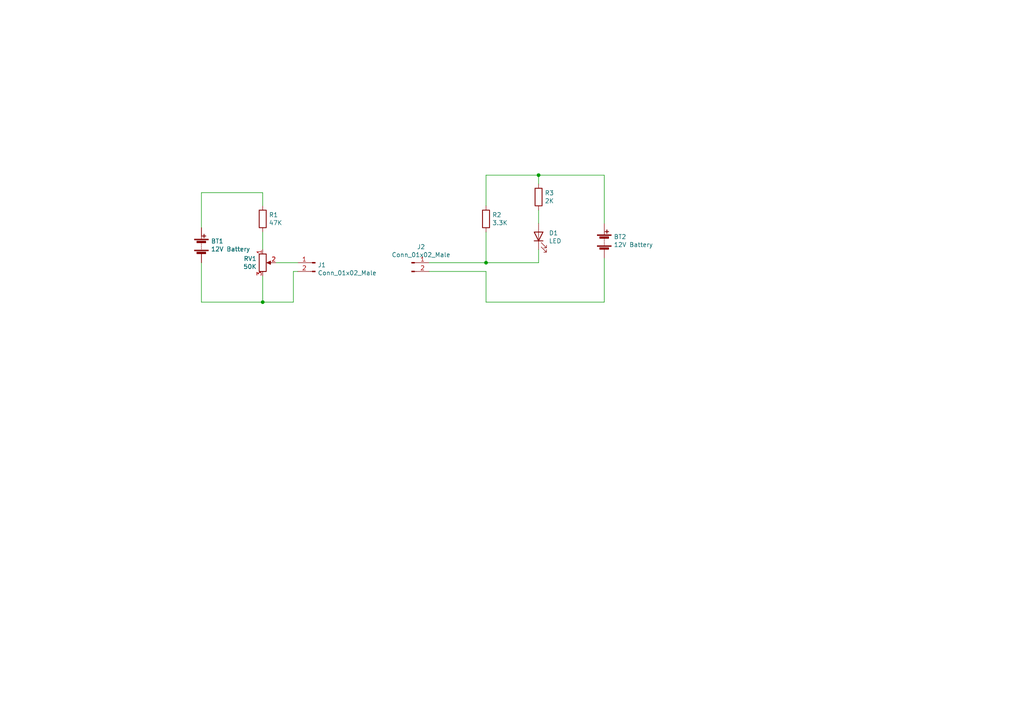
<source format=kicad_sch>
(kicad_sch (version 20211123) (generator eeschema)
  (paper "A4")
  (title_block (title "Voltage Sensing Tester") (date "2020-08-31") (rev "1"))
  (lib_symbols
    (symbol "Connector:Conn_01x02_Male" (pin_names (offset 1.016) hide)
      (property "Reference" "J" (at 0 2.54 0))
      (property "Value" "Conn_01x02_Male" (at 0 -5.08 0))
      (symbol "Conn_01x02_Male_1_1"
        (polyline (pts (xy 1.27 -2.54) (xy 0.8636 -2.54)) (stroke (width 0.1524)))
        (polyline (pts (xy 1.27 0) (xy 0.8636 0)) (stroke (width 0.1524)))
        (rectangle (start 0.8636 -2.413) (end 0 -2.667) (stroke (width 0.1524)) (fill (type outline)))
        (rectangle (start 0.8636 0.127) (end 0 -0.127) (stroke (width 0.1524)) (fill (type outline)))
        (pin passive line (at 5.08 0 180) (length 3.81) (name "Pin_1") (number "1"))
        (pin passive line (at 5.08 -2.54 180) (length 3.81) (name "Pin_2") (number "2"))
      )
    )
    (symbol "Device:Battery" (pin_numbers hide) (pin_names (offset 0) hide)
      (property "Reference" "BT" (at 2.54 2.54 0))
      (property "Value" "Battery" (at 2.54 0 0))
      (symbol "Battery_0_1"
        (rectangle (start -2.032 -1.397) (end 2.032 -1.651) (fill (type outline)))
        (rectangle (start -2.032 1.778) (end 2.032 1.524) (fill (type outline)))
        (rectangle (start -1.3208 -1.9812) (end 1.27 -2.4892) (fill (type outline)))
        (rectangle (start -1.3208 1.1938) (end 1.27 0.6858) (fill (type outline)))
        (polyline (pts (xy 0 -1.524) (xy 0 -1.27)))
        (polyline (pts (xy 0 -1.016) (xy 0 -0.762)))
        (polyline (pts (xy 0 -0.508) (xy 0 -0.254)))
        (polyline (pts (xy 0 0) (xy 0 0.254)))
        (polyline (pts (xy 0 0.508) (xy 0 0.762)))
        (polyline (pts (xy 0 1.778) (xy 0 2.54)))
        (polyline (pts (xy 0.254 2.667) (xy 1.27 2.667)) (stroke (width 0.254)))
        (polyline (pts (xy 0.762 3.175) (xy 0.762 2.159)) (stroke (width 0.254)))
      )
      (symbol "Battery_1_1"
        (pin passive line (at 0 5.08 270) (length 2.54) (name "+") (number "1"))
        (pin passive line (at 0 -5.08 90) (length 2.54) (name "-") (number "2"))
      )
    )
    (symbol "Device:LED" (pin_numbers hide) (pin_names (offset 1.016) hide)
      (property "Reference" "D" (at 0 2.54 0))
      (property "Value" "LED" (at 0 -2.54 0))
      (symbol "LED_0_1"
        (polyline (pts (xy -1.27 -1.27) (xy -1.27 1.27)) (stroke (width 0.254)))
        (polyline (pts (xy -1.27 0) (xy 1.27 0)))
        (polyline (pts (xy 1.27 -1.27) (xy 1.27 1.27) (xy -1.27 0) (xy 1.27 -1.27)) (stroke (width 0.254)))
        (polyline (pts (xy -3.048 -0.762) (xy -4.572 -2.286) (xy -3.81 -2.286) (xy -4.572 -2.286) (xy -4.572 -1.524)))
        (polyline (pts (xy -1.778 -0.762) (xy -3.302 -2.286) (xy -2.54 -2.286) (xy -3.302 -2.286) (xy -3.302 -1.524)))
      )
      (symbol "LED_1_1"
        (pin passive line (at -3.81 0 0) (length 2.54) (name "K") (number "1"))
        (pin passive line (at 3.81 0 180) (length 2.54) (name "A") (number "2"))
      )
    )
    (symbol "Device:R" (pin_numbers hide) (pin_names (offset 0))
      (property "Reference" "R" (at 2.032 0 90))
      (property "Value" "R" (at 0 0 90))
      (symbol "R_0_1"
        (rectangle (start -1.016 -2.54) (end 1.016 2.54) (stroke (width 0.254)))
      )
      (symbol "R_1_1"
        (pin passive line (at 0 3.81 270) (length 1.27) (name "~") (number "1"))
        (pin passive line (at 0 -3.81 90) (length 1.27) (name "~") (number "2"))
      )
    )
    (symbol "Device:R_Potentiometer" (pin_names (offset 1.016) hide)
      (property "Reference" "RV" (at -4.445 0 90))
      (property "Value" "R_Potentiometer" (at -2.54 0 90))
      (symbol "R_Potentiometer_0_1"
        (polyline (pts (xy 2.54 0) (xy 1.524 0)))
        (polyline (pts (xy 1.143 0) (xy 2.286 0.508) (xy 2.286 -0.508) (xy 1.143 0)) (fill (type outline)))
        (rectangle (start 1.016 2.54) (end -1.016 -2.54) (stroke (width 0.254)))
      )
      (symbol "R_Potentiometer_1_1"
        (pin passive line (at 0 3.81 270) (length 1.27) (name "1") (number "1"))
        (pin passive line (at 3.81 0 180) (length 1.27) (name "2") (number "2"))
        (pin passive line (at 0 -3.81 90) (length 1.27) (name "3") (number "3"))
      )
    )
  )
  (junction (at 76.2 87.63))
  (junction (at 156.21 50.8))
  (junction (at 140.97 76.2))
  (wire (pts (xy 175.26 64.77) (xy 175.26 50.8)))
  (wire (pts (xy 140.97 67.31) (xy 140.97 76.2)))
  (wire (pts (xy 140.97 87.63) (xy 175.26 87.63)))
  (wire (pts (xy 58.42 76.2) (xy 58.42 87.63)))
  (wire (pts (xy 85.09 78.74) (xy 86.36 78.74)))
  (wire (pts (xy 58.42 87.63) (xy 76.2 87.63)))
  (wire (pts (xy 124.46 78.74) (xy 140.97 78.74)))
  (wire (pts (xy 58.42 55.88) (xy 76.2 55.88)))
  (wire (pts (xy 76.2 55.88) (xy 76.2 59.69)))
  (wire (pts (xy 85.09 87.63) (xy 85.09 78.74)))
  (wire (pts (xy 140.97 76.2) (xy 156.21 76.2)))
  (wire (pts (xy 76.2 87.63) (xy 85.09 87.63)))
  (wire (pts (xy 76.2 67.31) (xy 76.2 72.39)))
  (wire (pts (xy 80.01 76.2) (xy 86.36 76.2)))
  (wire (pts (xy 58.42 66.04) (xy 58.42 55.88)))
  (wire (pts (xy 140.97 59.69) (xy 140.97 50.8)))
  (wire (pts (xy 175.26 74.93) (xy 175.26 87.63)))
  (wire (pts (xy 175.26 50.8) (xy 156.21 50.8)))
  (wire (pts (xy 156.21 64.77) (xy 156.21 60.96)))
  (wire (pts (xy 156.21 72.39) (xy 156.21 76.2)))
  (wire (pts (xy 76.2 87.63) (xy 76.2 80.01)))
  (wire (pts (xy 140.97 50.8) (xy 156.21 50.8)))
  (wire (pts (xy 140.97 78.74) (xy 140.97 87.63)))
  (wire (pts (xy 156.21 50.8) (xy 156.21 53.34)))
  (wire (pts (xy 124.46 76.2) (xy 140.97 76.2)))
  (symbol (lib_id "Connector:Conn_01x02_Male") (at 91.44 76.2 0) (mirror y) (unit 1)
    (property "Reference" "J1" (at 92.1512 76.8604 0) (effects (justify right)))
    (property "Value" "Conn_01x02_Male" (at 92.1512 79.1718 0) (effects (justify right)))
    (property "Footprint" "Connector_PinHeader_2.54mm:PinHeader_1x02_P2.54mm_Vertical" (effects hide))
  )
  (symbol (lib_id "Device:Battery") (at 58.42 71.12 0) (unit 1)
    (property "Reference" "BT1" (at 61.1632 69.9516 0) (effects (justify left)))
    (property "Value" "12V Battery" (at 61.1632 72.263 0) (effects (justify left)))
    (property "Footprint" "Connector_PinHeader_2.54mm:PinHeader_1x02_P2.54mm_Vertical" (effects hide))
  )
  (symbol (lib_id "Device:R_Potentiometer") (at 76.2 76.2 0) (unit 1)
    (property "Reference" "RV1" (at 74.4474 75.0316 0) (effects (justify right)))
    (property "Value" "50K" (at 74.4474 77.343 0) (effects (justify right)))
    (property "Footprint" "Potentiometer_THT:Potentiometer_Bourns_3339P_Vertical" (effects hide))
  )
  (symbol (lib_id "Device:R") (at 76.2 63.5 0) (unit 1)
    (property "Reference" "R1" (at 77.978 62.3316 0) (effects (justify left)))
    (property "Value" "47K" (at 77.978 64.643 0) (effects (justify left)))
    (property "Footprint" "Resistor_THT:R_Axial_DIN0207_L6.3mm_D2.5mm_P7.62mm_Horizontal" (effects hide))
  )
  (symbol (lib_id "Connector:Conn_01x02_Male") (at 119.38 76.2 0) (unit 1)
    (property "Reference" "J2" (at 122.1232 71.6026 0))
    (property "Value" "Conn_01x02_Male" (at 122.1232 73.914 0))
    (property "Footprint" "Connector_PinHeader_2.54mm:PinHeader_1x02_P2.54mm_Vertical" (effects hide))
  )
  (symbol (lib_id "Device:R") (at 140.97 63.5 0) (unit 1)
    (property "Reference" "R2" (at 142.748 62.3316 0) (effects (justify left)))
    (property "Value" "3.3K" (at 142.748 64.643 0) (effects (justify left)))
    (property "Footprint" "Resistor_THT:R_Axial_DIN0207_L6.3mm_D2.5mm_P7.62mm_Horizontal" (effects hide))
  )
  (symbol (lib_id "Device:LED") (at 156.21 68.58 90) (unit 1)
    (property "Reference" "D1" (at 159.1818 67.5894 90) (effects (justify right)))
    (property "Value" "LED" (at 159.1818 69.9008 90) (effects (justify right)))
    (property "Footprint" "LED_THT:LED_D3.0mm_FlatTop" (effects hide))
  )
  (symbol (lib_id "Device:R") (at 156.21 57.15 0) (unit 1)
    (property "Reference" "R3" (at 157.988 55.9816 0) (effects (justify left)))
    (property "Value" "2K" (at 157.988 58.293 0) (effects (justify left)))
    (property "Footprint" "Resistor_THT:R_Axial_DIN0207_L6.3mm_D2.5mm_P7.62mm_Horizontal" (effects hide))
  )
  (symbol (lib_id "Device:Battery") (at 175.26 69.85 0) (unit 1)
    (property "Reference" "BT2" (at 178.0032 68.6816 0) (effects (justify left)))
    (property "Value" "12V Battery" (at 178.0032 70.993 0) (effects (justify left)))
    (property "Footprint" "Connector_PinHeader_2.54mm:PinHeader_1x02_P2.54mm_Vertical" (effects hide))
  )
)
</source>
